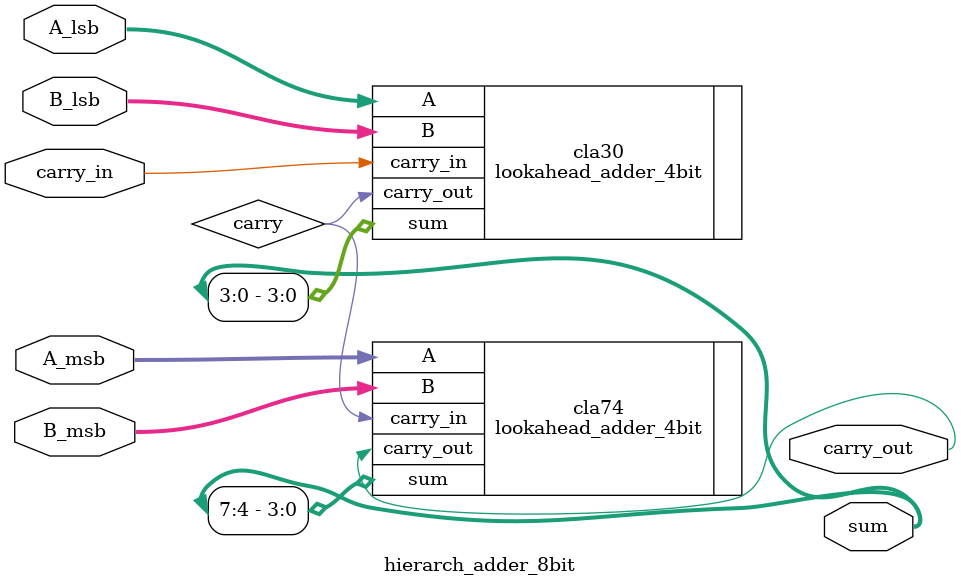
<source format=v>
module hierarch_adder_8bit(A_msb, A_lsb, B_msb, B_lsb, carry_in, carry_out, sum);

input [3:0] A_msb, A_lsb, B_msb, B_lsb;
input carry_in;
output carry_out;
output [7:0] sum;
wire carry;

lookahead_adder_4bit cla30(
	.A(A_lsb),
	.B(B_lsb),
	.carry_in(carry_in),
	.carry_out(carry),
	.sum(sum[3:0])
);

lookahead_adder_4bit cla74(
	.A(A_msb),
	.B(B_msb),
	.carry_in(carry),
	.carry_out(carry_out),
	.sum(sum[7:4])
);

endmodule
</source>
